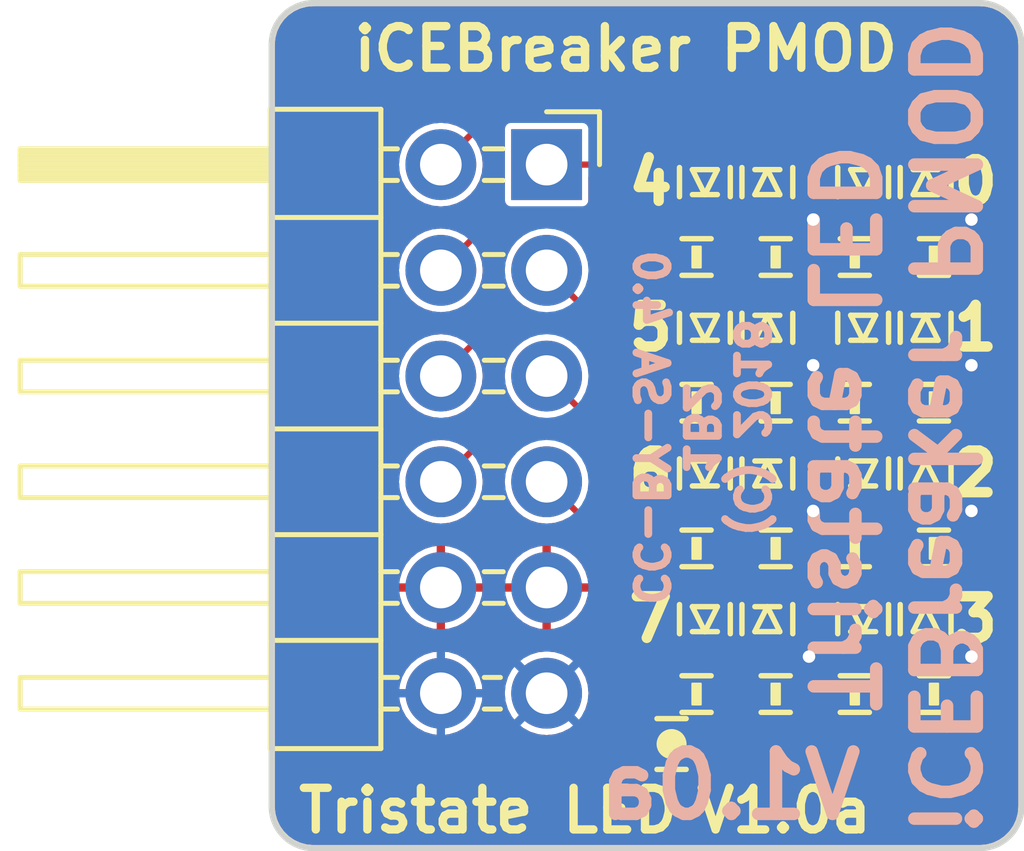
<source format=kicad_pcb>
(kicad_pcb (version 20221018) (generator pcbnew)
  (title_block (title "iCEBreaker PMOD - Tristate LED") (rev "V1.0a") (company "1BitSquared") (comment 1 "(C) 2018 Piotr Esden-Tempski <piotr@esden.net>") (comment 2 "(C) 2018 1BitSquared <info@1bitsquared.com>") (comment 3 "License: CC-BY-SA V4.0"))
  (layers (0 "F.Cu" signal) (31 "B.Cu" signal) (34 "B.Paste" user) (35 "F.Paste" user) (36 "B.SilkS" user "B.Silkscreen") (37 "F.SilkS" user "F.Silkscreen") (38 "B.Mask" user) (39 "F.Mask" user) (44 "Edge.Cuts" user))
  (net 0 "")
  (net 1 "GND")
  (net 2 "+3V3")
  (net 3 "Net-(D1-PadA)")
  (net 4 "Net-(D9-PadA)")
  (net 5 "Net-(D16-PadC)")
  (net 6 "Net-(D15-PadA)")
  (net 7 "Net-(D14-PadC)")
  (net 8 "Net-(D13-PadA)")
  (net 9 "Net-(D12-PadC)")
  (net 10 "Net-(D11-PadA)")
  (net 11 "Net-(D10-PadC)")
  (net 12 "Net-(D8-PadC)")
  (net 13 "Net-(D7-PadA)")
  (net 14 "Net-(D6-PadC)")
  (net 15 "Net-(D5-PadA)")
  (net 16 "Net-(D4-PadC)")
  (net 17 "Net-(D3-PadA)")
  (net 18 "Net-(D2-PadC)")
  (net 19 "/LED7")
  (net 20 "/LED6")
  (net 21 "/LED5")
  (net 22 "/LED4")
  (net 23 "/LED3")
  (net 24 "/LED2")
  (net 25 "/LED1")
  (net 26 "/LED0")
  (footprint "pkl_dipol:C_0603" (layer "F.Cu") (at 39.6 47.8)
    (fp_text reference "C1")
    (fp_text value "10u")
    (fp_line (start -0.35 -0.61) (end 0.35 -0.61) (stroke (width 0.13)) (layer "F.SilkS"))
    (fp_line (start 0.35 0.61) (end -0.35 0.61) (stroke (width 0.13)) (layer "F.SilkS"))
    (fp_circle (center 0 0) (end 0 -0.18) (stroke (width 0.36)) (fill none) (layer "F.SilkS"))
    (pad "1" smd roundrect (at -0.75 0) (size 0.6 0.9) (layers "F.Cu" "F.Paste" "F.Mask") (net 2 "+3V3"))
    (pad "2" smd roundrect (at 0.75 0) (size 0.6 0.9) (layers "F.Cu" "F.Paste" "F.Mask") (net 1 "GND"))
  )
  (footprint "pkl_dipol:R_0402" (layer "F.Cu") (at 45.9 36.1 180)
    (fp_text reference "R1")
    (fp_text value "1k")
    (fp_line (start -0.35 -0.44) (end 0.35 -0.44) (stroke (width 0.13)) (layer "F.SilkS"))
    (fp_line (start 0.35 0.44) (end -0.35 0.44) (stroke (width 0.13)) (layer "F.SilkS"))
    (fp_poly (pts (xy -0.1 0.25) (xy -0.1 -0.25) (xy 0.1 -0.25) (xy 0.1 0.25) (xy -0.1 0.25)) (stroke (width 0.05)) (fill solid) (layer "F.SilkS"))
    (pad "1" smd roundrect (at -0.5 0 180) (size 0.5 0.6) (layers "F.Cu" "F.Paste" "F.Mask") (net 2 "+3V3"))
    (pad "2" smd roundrect (at 0.5 0 180) (size 0.5 0.6) (layers "F.Cu" "F.Paste" "F.Mask") (net 3 "Net-(D1-PadA)"))
  )
  (footprint "pkl_dipol:R_0402" (layer "F.Cu") (at 44 36.1 180)
    (fp_text reference "R2")
    (fp_text value "180E")
    (fp_line (start -0.35 -0.44) (end 0.35 -0.44) (stroke (width 0.13)) (layer "F.SilkS"))
    (fp_line (start 0.35 0.44) (end -0.35 0.44) (stroke (width 0.13)) (layer "F.SilkS"))
    (fp_poly (pts (xy -0.1 0.25) (xy -0.1 -0.25) (xy 0.1 -0.25) (xy 0.1 0.25) (xy -0.1 0.25)) (stroke (width 0.05)) (fill solid) (layer "F.SilkS"))
    (pad "1" smd roundrect (at -0.5 0 180) (size 0.5 0.6) (layers "F.Cu" "F.Paste" "F.Mask") (net 18 "Net-(D2-PadC)"))
    (pad "2" smd roundrect (at 0.5 0 180) (size 0.5 0.6) (layers "F.Cu" "F.Paste" "F.Mask") (net 1 "GND"))
  )
  (footprint "pkl_dipol:R_0402" (layer "F.Cu") (at 45.9 39.6 180)
    (fp_text reference "R3")
    (fp_text value "1k")
    (fp_line (start -0.35 -0.44) (end 0.35 -0.44) (stroke (width 0.13)) (layer "F.SilkS"))
    (fp_line (start 0.35 0.44) (end -0.35 0.44) (stroke (width 0.13)) (layer "F.SilkS"))
    (fp_poly (pts (xy -0.1 0.25) (xy -0.1 -0.25) (xy 0.1 -0.25) (xy 0.1 0.25) (xy -0.1 0.25)) (stroke (width 0.05)) (fill solid) (layer "F.SilkS"))
    (pad "1" smd roundrect (at -0.5 0 180) (size 0.5 0.6) (layers "F.Cu" "F.Paste" "F.Mask") (net 2 "+3V3"))
    (pad "2" smd roundrect (at 0.5 0 180) (size 0.5 0.6) (layers "F.Cu" "F.Paste" "F.Mask") (net 17 "Net-(D3-PadA)"))
  )
  (footprint "pkl_dipol:R_0402" (layer "F.Cu") (at 45.9 43.1 180)
    (fp_text reference "R5")
    (fp_text value "1k")
    (fp_line (start -0.35 -0.44) (end 0.35 -0.44) (stroke (width 0.13)) (layer "F.SilkS"))
    (fp_line (start 0.35 0.44) (end -0.35 0.44) (stroke (width 0.13)) (layer "F.SilkS"))
    (fp_poly (pts (xy -0.1 0.25) (xy -0.1 -0.25) (xy 0.1 -0.25) (xy 0.1 0.25) (xy -0.1 0.25)) (stroke (width 0.05)) (fill solid) (layer "F.SilkS"))
    (pad "1" smd roundrect (at -0.5 0 180) (size 0.5 0.6) (layers "F.Cu" "F.Paste" "F.Mask") (net 2 "+3V3"))
    (pad "2" smd roundrect (at 0.5 0 180) (size 0.5 0.6) (layers "F.Cu" "F.Paste" "F.Mask") (net 15 "Net-(D5-PadA)"))
  )
  (footprint "pkl_dipol:R_0402" (layer "F.Cu") (at 44 43.1 180)
    (fp_text reference "R6")
    (fp_text value "180E")
    (fp_line (start -0.35 -0.44) (end 0.35 -0.44) (stroke (width 0.13)) (layer "F.SilkS"))
    (fp_line (start 0.35 0.44) (end -0.35 0.44) (stroke (width 0.13)) (layer "F.SilkS"))
    (fp_poly (pts (xy -0.1 0.25) (xy -0.1 -0.25) (xy 0.1 -0.25) (xy 0.1 0.25) (xy -0.1 0.25)) (stroke (width 0.05)) (fill solid) (layer "F.SilkS"))
    (pad "1" smd roundrect (at -0.5 0 180) (size 0.5 0.6) (layers "F.Cu" "F.Paste" "F.Mask") (net 14 "Net-(D6-PadC)"))
    (pad "2" smd roundrect (at 0.5 0 180) (size 0.5 0.6) (layers "F.Cu" "F.Paste" "F.Mask") (net 1 "GND"))
  )
  (footprint "pkl_dipol:R_0402" (layer "F.Cu") (at 45.9 46.6 180)
    (fp_text reference "R7")
    (fp_text value "1k")
    (fp_line (start -0.35 -0.44) (end 0.35 -0.44) (stroke (width 0.13)) (layer "F.SilkS"))
    (fp_line (start 0.35 0.44) (end -0.35 0.44) (stroke (width 0.13)) (layer "F.SilkS"))
    (fp_poly (pts (xy -0.1 0.25) (xy -0.1 -0.25) (xy 0.1 -0.25) (xy 0.1 0.25) (xy -0.1 0.25)) (stroke (width 0.05)) (fill solid) (layer "F.SilkS"))
    (pad "1" smd roundrect (at -0.5 0 180) (size 0.5 0.6) (layers "F.Cu" "F.Paste" "F.Mask") (net 2 "+3V3"))
    (pad "2" smd roundrect (at 0.5 0 180) (size 0.5 0.6) (layers "F.Cu" "F.Paste" "F.Mask") (net 13 "Net-(D7-PadA)"))
  )
  (footprint "pkl_dipol:R_0402" (layer "F.Cu") (at 44 46.6 180)
    (fp_text reference "R8")
    (fp_text value "180E")
    (fp_line (start -0.35 -0.44) (end 0.35 -0.44) (stroke (width 0.13)) (layer "F.SilkS"))
    (fp_line (start 0.35 0.44) (end -0.35 0.44) (stroke (width 0.13)) (layer "F.SilkS"))
    (fp_poly (pts (xy -0.1 0.25) (xy -0.1 -0.25) (xy 0.1 -0.25) (xy 0.1 0.25) (xy -0.1 0.25)) (stroke (width 0.05)) (fill solid) (layer "F.SilkS"))
    (pad "1" smd roundrect (at -0.5 0 180) (size 0.5 0.6) (layers "F.Cu" "F.Paste" "F.Mask") (net 12 "Net-(D8-PadC)"))
    (pad "2" smd roundrect (at 0.5 0 180) (size 0.5 0.6) (layers "F.Cu" "F.Paste" "F.Mask") (net 1 "GND"))
  )
  (footprint "pkl_dipol:R_0402" (layer "F.Cu") (at 40.2 36.1 180)
    (fp_text reference "R10")
    (fp_text value "180E")
    (fp_line (start -0.35 -0.44) (end 0.35 -0.44) (stroke (width 0.13)) (layer "F.SilkS"))
    (fp_line (start 0.35 0.44) (end -0.35 0.44) (stroke (width 0.13)) (layer "F.SilkS"))
    (fp_poly (pts (xy -0.1 0.25) (xy -0.1 -0.25) (xy 0.1 -0.25) (xy 0.1 0.25) (xy -0.1 0.25)) (stroke (width 0.05)) (fill solid) (layer "F.SilkS"))
    (pad "1" smd roundrect (at -0.5 0 180) (size 0.5 0.6) (layers "F.Cu" "F.Paste" "F.Mask") (net 11 "Net-(D10-PadC)"))
    (pad "2" smd roundrect (at 0.5 0 180) (size 0.5 0.6) (layers "F.Cu" "F.Paste" "F.Mask") (net 1 "GND"))
  )
  (footprint "pkl_dipol:R_0402" (layer "F.Cu") (at 42.1 43.1 180)
    (fp_text reference "R13")
    (fp_text value "1k")
    (fp_line (start -0.35 -0.44) (end 0.35 -0.44) (stroke (width 0.13)) (layer "F.SilkS"))
    (fp_line (start 0.35 0.44) (end -0.35 0.44) (stroke (width 0.13)) (layer "F.SilkS"))
    (fp_poly (pts (xy -0.1 0.25) (xy -0.1 -0.25) (xy 0.1 -0.25) (xy 0.1 0.25) (xy -0.1 0.25)) (stroke (width 0.05)) (fill solid) (layer "F.SilkS"))
    (pad "1" smd roundrect (at -0.5 0 180) (size 0.5 0.6) (layers "F.Cu" "F.Paste" "F.Mask") (net 2 "+3V3"))
    (pad "2" smd roundrect (at 0.5 0 180) (size 0.5 0.6) (layers "F.Cu" "F.Paste" "F.Mask") (net 8 "Net-(D13-PadA)"))
  )
  (footprint "pkl_dipol:R_0402" (layer "F.Cu") (at 40.2 43.1 180)
    (fp_text reference "R14")
    (fp_text value "180E")
    (fp_line (start -0.35 -0.44) (end 0.35 -0.44) (stroke (width 0.13)) (layer "F.SilkS"))
    (fp_line (start 0.35 0.44) (end -0.35 0.44) (stroke (width 0.13)) (layer "F.SilkS"))
    (fp_poly (pts (xy -0.1 0.25) (xy -0.1 -0.25) (xy 0.1 -0.25) (xy 0.1 0.25) (xy -0.1 0.25)) (stroke (width 0.05)) (fill solid) (layer "F.SilkS"))
    (pad "1" smd roundrect (at -0.5 0 180) (size 0.5 0.6) (layers "F.Cu" "F.Paste" "F.Mask") (net 7 "Net-(D14-PadC)"))
    (pad "2" smd roundrect (at 0.5 0 180) (size 0.5 0.6) (layers "F.Cu" "F.Paste" "F.Mask") (net 1 "GND"))
  )
  (footprint "pkl_dipol:R_0402" (layer "F.Cu") (at 44 39.6 180)
    (fp_text reference "R4")
    (fp_text value "180E")
    (fp_line (start -0.35 -0.44) (end 0.35 -0.44) (stroke (width 0.13)) (layer "F.SilkS"))
    (fp_line (start 0.35 0.44) (end -0.35 0.44) (stroke (width 0.13)) (layer "F.SilkS"))
    (fp_poly (pts (xy -0.1 0.25) (xy -0.1 -0.25) (xy 0.1 -0.25) (xy 0.1 0.25) (xy -0.1 0.25)) (stroke (width 0.05)) (fill solid) (layer "F.SilkS"))
    (pad "1" smd roundrect (at -0.5 0 180) (size 0.5 0.6) (layers "F.Cu" "F.Paste" "F.Mask") (net 16 "Net-(D4-PadC)"))
    (pad "2" smd roundrect (at 0.5 0 180) (size 0.5 0.6) (layers "F.Cu" "F.Paste" "F.Mask") (net 1 "GND"))
  )
  (footprint "pkl_dipol:R_0402" (layer "F.Cu") (at 42.1 36.1 180)
    (fp_text reference "R9")
    (fp_text value "1k")
    (fp_line (start -0.35 -0.44) (end 0.35 -0.44) (stroke (width 0.13)) (layer "F.SilkS"))
    (fp_line (start 0.35 0.44) (end -0.35 0.44) (stroke (width 0.13)) (layer "F.SilkS"))
    (fp_poly (pts (xy -0.1 0.25) (xy -0.1 -0.25) (xy 0.1 -0.25) (xy 0.1 0.25) (xy -0.1 0.25)) (stroke (width 0.05)) (fill solid) (layer "F.SilkS"))
    (pad "1" smd roundrect (at -0.5 0 180) (size 0.5 0.6) (layers "F.Cu" "F.Paste" "F.Mask") (net 2 "+3V3"))
    (pad "2" smd roundrect (at 0.5 0 180) (size 0.5 0.6) (layers "F.Cu" "F.Paste" "F.Mask") (net 4 "Net-(D9-PadA)"))
  )
  (footprint "pkl_dipol:D_0603" (layer "F.Cu") (at 41.9 44.8 -90)
    (fp_text reference "D15")
    (fp_text value "RED")
    (fp_line (start -0.35 -0.61) (end 0.35 -0.61) (stroke (width 0.13)) (layer "F.SilkS"))
    (fp_line (start -0.3 -0.3) (end -0.3 0.3) (stroke (width 0.13)) (layer "F.SilkS"))
    (fp_line (start -0.3 0) (end 0.3 -0.3) (stroke (width 0.13)) (layer "F.SilkS"))
    (fp_line (start 0.3 -0.3) (end 0.3 0.3) (stroke (width 0.13)) (layer "F.SilkS"))
    (fp_line (start 0.3 0.3) (end -0.3 0) (stroke (width 0.13)) (layer "F.SilkS"))
    (fp_line (start 0.35 0.61) (end -0.35 0.61) (stroke (width 0.13)) (layer "F.SilkS"))
    (pad "A" smd roundrect (at 0.75 0 90) (size 0.6 0.9) (layers "F.Cu" "F.Paste" "F.Mask") (net 6 "Net-(D15-PadA)"))
    (pad "C" smd roundrect (at -0.75 0 90) (size 0.6 0.9) (layers "F.Cu" "F.Paste" "F.Mask") (net 19 "/LED7"))
  )
  (footprint "pkl_dipol:D_0603" (layer "F.Cu") (at 40.4 44.8 90)
    (fp_text reference "D16")
    (fp_text value "GRN")
    (fp_line (start -0.35 -0.61) (end 0.35 -0.61) (stroke (width 0.13)) (layer "F.SilkS"))
    (fp_line (start -0.3 -0.3) (end -0.3 0.3) (stroke (width 0.13)) (layer "F.SilkS"))
    (fp_line (start -0.3 0) (end 0.3 -0.3) (stroke (width 0.13)) (layer "F.SilkS"))
    (fp_line (start 0.3 -0.3) (end 0.3 0.3) (stroke (width 0.13)) (layer "F.SilkS"))
    (fp_line (start 0.3 0.3) (end -0.3 0) (stroke (width 0.13)) (layer "F.SilkS"))
    (fp_line (start 0.35 0.61) (end -0.35 0.61) (stroke (width 0.13)) (layer "F.SilkS"))
    (pad "A" smd roundrect (at 0.75 0 270) (size 0.6 0.9) (layers "F.Cu" "F.Paste" "F.Mask") (net 19 "/LED7"))
    (pad "C" smd roundrect (at -0.75 0 270) (size 0.6 0.9) (layers "F.Cu" "F.Paste" "F.Mask") (net 5 "Net-(D16-PadC)"))
  )
  (footprint "pkl_dipol:D_0603" (layer "F.Cu") (at 40.4 41.3 90)
    (fp_text reference "D14")
    (fp_text value "GRN")
    (fp_line (start -0.35 -0.61) (end 0.35 -0.61) (stroke (width 0.13)) (layer "F.SilkS"))
    (fp_line (start -0.3 -0.3) (end -0.3 0.3) (stroke (width 0.13)) (layer "F.SilkS"))
    (fp_line (start -0.3 0) (end 0.3 -0.3) (stroke (width 0.13)) (layer "F.SilkS"))
    (fp_line (start 0.3 -0.3) (end 0.3 0.3) (stroke (width 0.13)) (layer "F.SilkS"))
    (fp_line (start 0.3 0.3) (end -0.3 0) (stroke (width 0.13)) (layer "F.SilkS"))
    (fp_line (start 0.35 0.61) (end -0.35 0.61) (stroke (width 0.13)) (layer "F.SilkS"))
    (pad "A" smd roundrect (at 0.75 0 270) (size 0.6 0.9) (layers "F.Cu" "F.Paste" "F.Mask") (net 20 "/LED6"))
    (pad "C" smd roundrect (at -0.75 0 270) (size 0.6 0.9) (layers "F.Cu" "F.Paste" "F.Mask") (net 7 "Net-(D14-PadC)"))
  )
  (footprint "pkl_dipol:D_0603" (layer "F.Cu") (at 41.9 41.3 -90)
    (fp_text reference "D13")
    (fp_text value "RED")
    (fp_line (start -0.35 -0.61) (end 0.35 -0.61) (stroke (width 0.13)) (layer "F.SilkS"))
    (fp_line (start -0.3 -0.3) (end -0.3 0.3) (stroke (width 0.13)) (layer "F.SilkS"))
    (fp_line (start -0.3 0) (end 0.3 -0.3) (stroke (width 0.13)) (layer "F.SilkS"))
    (fp_line (start 0.3 -0.3) (end 0.3 0.3) (stroke (width 0.13)) (layer "F.SilkS"))
    (fp_line (start 0.3 0.3) (end -0.3 0) (stroke (width 0.13)) (layer "F.SilkS"))
    (fp_line (start 0.35 0.61) (end -0.35 0.61) (stroke (width 0.13)) (layer "F.SilkS"))
    (pad "A" smd roundrect (at 0.75 0 90) (size 0.6 0.9) (layers "F.Cu" "F.Paste" "F.Mask") (net 8 "Net-(D13-PadA)"))
    (pad "C" smd roundrect (at -0.75 0 90) (size 0.6 0.9) (layers "F.Cu" "F.Paste" "F.Mask") (net 20 "/LED6"))
  )
  (footprint "pkl_dipol:D_0603" (layer "F.Cu") (at 40.4 34.3 90)
    (fp_text reference "D10")
    (fp_text value "GRN")
    (fp_line (start -0.35 -0.61) (end 0.35 -0.61) (stroke (width 0.13)) (layer "F.SilkS"))
    (fp_line (start -0.3 -0.3) (end -0.3 0.3) (stroke (width 0.13)) (layer "F.SilkS"))
    (fp_line (start -0.3 0) (end 0.3 -0.3) (stroke (width 0.13)) (layer "F.SilkS"))
    (fp_line (start 0.3 -0.3) (end 0.3 0.3) (stroke (width 0.13)) (layer "F.SilkS"))
    (fp_line (start 0.3 0.3) (end -0.3 0) (stroke (width 0.13)) (layer "F.SilkS"))
    (fp_line (start 0.35 0.61) (end -0.35 0.61) (stroke (width 0.13)) (layer "F.SilkS"))
    (pad "A" smd roundrect (at 0.75 0 270) (size 0.6 0.9) (layers "F.Cu" "F.Paste" "F.Mask") (net 22 "/LED4"))
    (pad "C" smd roundrect (at -0.75 0 270) (size 0.6 0.9) (layers "F.Cu" "F.Paste" "F.Mask") (net 11 "Net-(D10-PadC)"))
  )
  (footprint "pkl_dipol:D_0603" (layer "F.Cu") (at 41.9 34.3 -90)
    (fp_text reference "D9")
    (fp_text value "RED")
    (fp_line (start -0.35 -0.61) (end 0.35 -0.61) (stroke (width 0.13)) (layer "F.SilkS"))
    (fp_line (start -0.3 -0.3) (end -0.3 0.3) (stroke (width 0.13)) (layer "F.SilkS"))
    (fp_line (start -0.3 0) (end 0.3 -0.3) (stroke (width 0.13)) (layer "F.SilkS"))
    (fp_line (start 0.3 -0.3) (end 0.3 0.3) (stroke (width 0.13)) (layer "F.SilkS"))
    (fp_line (start 0.3 0.3) (end -0.3 0) (stroke (width 0.13)) (layer "F.SilkS"))
    (fp_line (start 0.35 0.61) (end -0.35 0.61) (stroke (width 0.13)) (layer "F.SilkS"))
    (pad "A" smd roundrect (at 0.75 0 90) (size 0.6 0.9) (layers "F.Cu" "F.Paste" "F.Mask") (net 4 "Net-(D9-PadA)"))
    (pad "C" smd roundrect (at -0.75 0 90) (size 0.6 0.9) (layers "F.Cu" "F.Paste" "F.Mask") (net 22 "/LED4"))
  )
  (footprint "pkl_dipol:D_0603" (layer "F.Cu") (at 44.2 44.8 90)
    (fp_text reference "D8")
    (fp_text value "GRN")
    (fp_line (start -0.35 -0.61) (end 0.35 -0.61) (stroke (width 0.13)) (layer "F.SilkS"))
    (fp_line (start -0.3 -0.3) (end -0.3 0.3) (stroke (width 0.13)) (layer "F.SilkS"))
    (fp_line (start -0.3 0) (end 0.3 -0.3) (stroke (width 0.13)) (layer "F.SilkS"))
    (fp_line (start 0.3 -0.3) (end 0.3 0.3) (stroke (width 0.13)) (layer "F.SilkS"))
    (fp_line (start 0.3 0.3) (end -0.3 0) (stroke (width 0.13)) (layer "F.SilkS"))
    (fp_line (start 0.35 0.61) (end -0.35 0.61) (stroke (width 0.13)) (layer "F.SilkS"))
    (pad "A" smd roundrect (at 0.75 0 270) (size 0.6 0.9) (layers "F.Cu" "F.Paste" "F.Mask") (net 23 "/LED3"))
    (pad "C" smd roundrect (at -0.75 0 270) (size 0.6 0.9) (layers "F.Cu" "F.Paste" "F.Mask") (net 12 "Net-(D8-PadC)"))
  )
  (footprint "pkl_dipol:D_0603" (layer "F.Cu") (at 45.7 44.8 -90)
    (fp_text reference "D7")
    (fp_text value "RED")
    (fp_line (start -0.35 -0.61) (end 0.35 -0.61) (stroke (width 0.13)) (layer "F.SilkS"))
    (fp_line (start -0.3 -0.3) (end -0.3 0.3) (stroke (width 0.13)) (layer "F.SilkS"))
    (fp_line (start -0.3 0) (end 0.3 -0.3) (stroke (width 0.13)) (layer "F.SilkS"))
    (fp_line (start 0.3 -0.3) (end 0.3 0.3) (stroke (width 0.13)) (layer "F.SilkS"))
    (fp_line (start 0.3 0.3) (end -0.3 0) (stroke (width 0.13)) (layer "F.SilkS"))
    (fp_line (start 0.35 0.61) (end -0.35 0.61) (stroke (width 0.13)) (layer "F.SilkS"))
    (pad "A" smd roundrect (at 0.75 0 90) (size 0.6 0.9) (layers "F.Cu" "F.Paste" "F.Mask") (net 13 "Net-(D7-PadA)"))
    (pad "C" smd roundrect (at -0.75 0 90) (size 0.6 0.9) (layers "F.Cu" "F.Paste" "F.Mask") (net 23 "/LED3"))
  )
  (footprint "pkl_dipol:D_0603" (layer "F.Cu") (at 44.2 41.3 90)
    (fp_text reference "D6")
    (fp_text value "GRN")
    (fp_line (start -0.35 -0.61) (end 0.35 -0.61) (stroke (width 0.13)) (layer "F.SilkS"))
    (fp_line (start -0.3 -0.3) (end -0.3 0.3) (stroke (width 0.13)) (layer "F.SilkS"))
    (fp_line (start -0.3 0) (end 0.3 -0.3) (stroke (width 0.13)) (layer "F.SilkS"))
    (fp_line (start 0.3 -0.3) (end 0.3 0.3) (stroke (width 0.13)) (layer "F.SilkS"))
    (fp_line (start 0.3 0.3) (end -0.3 0) (stroke (width 0.13)) (layer "F.SilkS"))
    (fp_line (start 0.35 0.61) (end -0.35 0.61) (stroke (width 0.13)) (layer "F.SilkS"))
    (pad "A" smd roundrect (at 0.75 0 270) (size 0.6 0.9) (layers "F.Cu" "F.Paste" "F.Mask") (net 24 "/LED2"))
    (pad "C" smd roundrect (at -0.75 0 270) (size 0.6 0.9) (layers "F.Cu" "F.Paste" "F.Mask") (net 14 "Net-(D6-PadC)"))
  )
  (footprint "pkl_dipol:D_0603" (layer "F.Cu") (at 45.7 41.298712 -90)
    (fp_text reference "D5")
    (fp_text value "RED")
    (fp_line (start -0.35 -0.61) (end 0.35 -0.61) (stroke (width 0.13)) (layer "F.SilkS"))
    (fp_line (start -0.3 -0.3) (end -0.3 0.3) (stroke (width 0.13)) (layer "F.SilkS"))
    (fp_line (start -0.3 0) (end 0.3 -0.3) (stroke (width 0.13)) (layer "F.SilkS"))
    (fp_line (start 0.3 -0.3) (end 0.3 0.3) (stroke (width 0.13)) (layer "F.SilkS"))
    (fp_line (start 0.3 0.3) (end -0.3 0) (stroke (width 0.13)) (layer "F.SilkS"))
    (fp_line (start 0.35 0.61) (end -0.35 0.61) (stroke (width 0.13)) (layer "F.SilkS"))
    (pad "A" smd roundrect (at 0.75 0 90) (size 0.6 0.9) (layers "F.Cu" "F.Paste" "F.Mask") (net 15 "Net-(D5-PadA)"))
    (pad "C" smd roundrect (at -0.75 0 90) (size 0.6 0.9) (layers "F.Cu" "F.Paste" "F.Mask") (net 24 "/LED2"))
  )
  (footprint "pkl_dipol:D_0603" (layer "F.Cu") (at 44.2 37.8 90)
    (fp_text reference "D4")
    (fp_text value "GRN")
    (fp_line (start -0.35 -0.61) (end 0.35 -0.61) (stroke (width 0.13)) (layer "F.SilkS"))
    (fp_line (start -0.3 -0.3) (end -0.3 0.3) (stroke (width 0.13)) (layer "F.SilkS"))
    (fp_line (start -0.3 0) (end 0.3 -0.3) (stroke (width 0.13)) (layer "F.SilkS"))
    (fp_line (start 0.3 -0.3) (end 0.3 0.3) (stroke (width 0.13)) (layer "F.SilkS"))
    (fp_line (start 0.3 0.3) (end -0.3 0) (stroke (width 0.13)) (layer "F.SilkS"))
    (fp_line (start 0.35 0.61) (end -0.35 0.61) (stroke (width 0.13)) (layer "F.SilkS"))
    (pad "A" smd roundrect (at 0.75 0 270) (size 0.6 0.9) (layers "F.Cu" "F.Paste" "F.Mask") (net 25 "/LED1"))
    (pad "C" smd roundrect (at -0.75 0 270) (size 0.6 0.9) (layers "F.Cu" "F.Paste" "F.Mask") (net 16 "Net-(D4-PadC)"))
  )
  (footprint "pkl_dipol:D_0603" (layer "F.Cu") (at 45.7 37.8 -90)
    (fp_text reference "D3")
    (fp_text value "RED")
    (fp_line (start -0.35 -0.61) (end 0.35 -0.61) (stroke (width 0.13)) (layer "F.SilkS"))
    (fp_line (start -0.3 -0.3) (end -0.3 0.3) (stroke (width 0.13)) (layer "F.SilkS"))
    (fp_line (start -0.3 0) (end 0.3 -0.3) (stroke (width 0.13)) (layer "F.SilkS"))
    (fp_line (start 0.3 -0.3) (end 0.3 0.3) (stroke (width 0.13)) (layer "F.SilkS"))
    (fp_line (start 0.3 0.3) (end -0.3 0) (stroke (width 0.13)) (layer "F.SilkS"))
    (fp_line (start 0.35 0.61) (end -0.35 0.61) (stroke (width 0.13)) (layer "F.SilkS"))
    (pad "A" smd roundrect (at 0.75 0 90) (size 0.6 0.9) (layers "F.Cu" "F.Paste" "F.Mask") (net 17 "Net-(D3-PadA)"))
    (pad "C" smd roundrect (at -0.75 0 90) (size 0.6 0.9) (layers "F.Cu" "F.Paste" "F.Mask") (net 25 "/LED1"))
  )
  (footprint "pkl_dipol:D_0603" (layer "F.Cu") (at 44.2 34.300001 90)
    (fp_text reference "D2")
    (fp_text value "GRN")
    (fp_line (start -0.35 -0.61) (end 0.35 -0.61) (stroke (width 0.13)) (layer "F.SilkS"))
    (fp_line (start -0.3 -0.3) (end -0.3 0.3) (stroke (width 0.13)) (layer "F.SilkS"))
    (fp_line (start -0.3 0) (end 0.3 -0.3) (stroke (width 0.13)) (layer "F.SilkS"))
    (fp_line (start 0.3 -0.3) (end 0.3 0.3) (stroke (width 0.13)) (layer "F.SilkS"))
    (fp_line (start 0.3 0.3) (end -0.3 0) (stroke (width 0.13)) (layer "F.SilkS"))
    (fp_line (start 0.35 0.61) (end -0.35 0.61) (stroke (width 0.13)) (layer "F.SilkS"))
    (pad "A" smd roundrect (at 0.75 0 270) (size 0.6 0.9) (layers "F.Cu" "F.Paste" "F.Mask") (net 26 "/LED0"))
    (pad "C" smd roundrect (at -0.75 0 270) (size 0.6 0.9) (layers "F.Cu" "F.Paste" "F.Mask") (net 18 "Net-(D2-PadC)"))
  )
  (footprint "pkl_dipol:D_0603" (layer "F.Cu") (at 45.7 34.3 -90)
    (fp_text reference "D1")
    (fp_text value "RED")
    (fp_line (start -0.35 -0.61) (end 0.35 -0.61) (stroke (width 0.13)) (layer "F.SilkS"))
    (fp_line (start -0.3 -0.3) (end -0.3 0.3) (stroke (width 0.13)) (layer "F.SilkS"))
    (fp_line (start -0.3 0) (end 0.3 -0.3) (stroke (width 0.13)) (layer "F.SilkS"))
    (fp_line (start 0.3 -0.3) (end 0.3 0.3) (stroke (width 0.13)) (layer "F.SilkS"))
    (fp_line (start 0.3 0.3) (end -0.3 0) (stroke (width 0.13)) (layer "F.SilkS"))
    (fp_line (start 0.35 0.61) (end -0.35 0.61) (stroke (width 0.13)) (layer "F.SilkS"))
    (pad "A" smd roundrect (at 0.75 0 90) (size 0.6 0.9) (layers "F.Cu" "F.Paste" "F.Mask") (net 3 "Net-(D1-PadA)"))
    (pad "C" smd roundrect (at -0.75 0 90) (size 0.6 0.9) (layers "F.Cu" "F.Paste" "F.Mask") (net 26 "/LED0"))
  )
  (footprint "pkl_dipol:R_0402" (layer "F.Cu") (at 40.2 46.6 180)
    (fp_text reference "R16")
    (fp_text value "180E")
    (fp_line (start -0.35 -0.44) (end 0.35 -0.44) (stroke (width 0.13)) (layer "F.SilkS"))
    (fp_line (start 0.35 0.44) (end -0.35 0.44) (stroke (width 0.13)) (layer "F.SilkS"))
    (fp_poly (pts (xy -0.1 0.25) (xy -0.1 -0.25) (xy 0.1 -0.25) (xy 0.1 0.25) (xy -0.1 0.25)) (stroke (width 0.05)) (fill solid) (layer "F.SilkS"))
    (pad "1" smd roundrect (at -0.5 0 180) (size 0.5 0.6) (layers "F.Cu" "F.Paste" "F.Mask") (net 5 "Net-(D16-PadC)"))
    (pad "2" smd roundrect (at 0.5 0 180) (size 0.5 0.6) (layers "F.Cu" "F.Paste" "F.Mask") (net 1 "GND"))
  )
  (footprint "pkl_dipol:R_0402" (layer "F.Cu") (at 42.1 46.6 180)
    (fp_text reference "R15")
    (fp_text value "1k")
    (fp_line (start -0.35 -0.44) (end 0.35 -0.44) (stroke (width 0.13)) (layer "F.SilkS"))
    (fp_line (start 0.35 0.44) (end -0.35 0.44) (stroke (width 0.13)) (layer "F.SilkS"))
    (fp_poly (pts (xy -0.1 0.25) (xy -0.1 -0.25) (xy 0.1 -0.25) (xy 0.1 0.25) (xy -0.1 0.25)) (stroke (width 0.05)) (fill solid) (layer "F.SilkS"))
    (pad "1" smd roundrect (at -0.5 0 180) (size 0.5 0.6) (layers "F.Cu" "F.Paste" "F.Mask") (net 2 "+3V3"))
    (pad "2" smd roundrect (at 0.5 0 180) (size 0.5 0.6) (layers "F.Cu" "F.Paste" "F.Mask") (net 6 "Net-(D15-PadA)"))
  )
  (footprint "pkl_connectors:PMODHeader_2x06_P2.54mm_Horizontal" (layer "F.Cu") (at 36.6 46.58 180)
    (fp_text reference "J1")
    (fp_text value "PMOD")
    (fp_line (start -1.27 13.97) (end -1.27 12.7) (stroke (width 0.12)) (layer "F.SilkS"))
    (fp_line (start 0 13.97) (end -1.27 13.97) (stroke (width 0.12)) (layer "F.SilkS"))
    (fp_line (start 1.042929 2.16) (end 1.497071 2.16) (stroke (width 0.12)) (layer "F.SilkS"))
    (fp_line (start 1.042929 2.92) (end 1.497071 2.92) (stroke (width 0.12)) (layer "F.SilkS"))
    (fp_line (start 1.042929 4.7) (end 1.497071 4.7) (stroke (width 0.12)) (layer "F.SilkS"))
    (fp_line (start 1.042929 5.46) (end 1.497071 5.46) (stroke (width 0.12)) (layer "F.SilkS"))
    (fp_line (start 1.042929 7.24) (end 1.497071 7.24) (stroke (width 0.12)) (layer "F.SilkS"))
    (fp_line (start 1.042929 8) (end 1.497071 8) (stroke (width 0.12)) (layer "F.SilkS"))
    (fp_line (start 1.042929 9.78) (end 1.497071 9.78) (stroke (width 0.12)) (layer "F.SilkS"))
    (fp_line (start 1.042929 10.54) (end 1.497071 10.54) (stroke (width 0.12)) (layer "F.SilkS"))
    (fp_line (start 1.042929 12.32) (end 1.497071 12.32) (stroke (width 0.12)) (layer "F.SilkS"))
    (fp_line (start 1.042929 13.08) (end 1.497071 13.08) (stroke (width 0.12)) (layer "F.SilkS"))
    (fp_line (start 1.11 -0.38) (end 1.497071 -0.38) (stroke (width 0.12)) (layer "F.SilkS"))
    (fp_line (start 1.11 0.38) (end 1.497071 0.38) (stroke (width 0.12)) (layer "F.SilkS"))
    (fp_line (start 3.582929 -0.38) (end 3.98 -0.38) (stroke (width 0.12)) (layer "F.SilkS"))
    (fp_line (start 3.582929 0.38) (end 3.98 0.38) (stroke (width 0.12)) (layer "F.SilkS"))
    (fp_line (start 3.582929 2.16) (end 3.98 2.16) (stroke (width 0.12)) (layer "F.SilkS"))
    (fp_line (start 3.582929 2.92) (end 3.98 2.92) (stroke (width 0.12)) (layer "F.SilkS"))
    (fp_line (start 3.582929 4.7) (end 3.98 4.7) (stroke (width 0.12)) (layer "F.SilkS"))
    (fp_line (start 3.582929 5.46) (end 3.98 5.46) (stroke (width 0.12)) (layer "F.SilkS"))
    (fp_line (start 3.582929 7.24) (end 3.98 7.24) (stroke (width 0.12)) (layer "F.SilkS"))
    (fp_line (start 3.582929 8) (end 3.98 8) (stroke (width 0.12)) (layer "F.SilkS"))
    (fp_line (start 3.582929 9.78) (end 3.98 9.78) (stroke (width 0.12)) (layer "F.SilkS"))
    (fp_line (start 3.582929 10.54) (end 3.98 10.54) (stroke (width 0.12)) (layer "F.SilkS"))
    (fp_line (start 3.582929 12.32) (end 3.98 12.32) (stroke (width 0.12)) (layer "F.SilkS"))
    (fp_line (start 3.582929 13.08) (end 3.98 13.08) (stroke (width 0.12)) (layer "F.SilkS"))
    (fp_line (start 3.98 -1.33) (end 3.98 14.03) (stroke (width 0.12)) (layer "F.SilkS"))
    (fp_line (start 3.98 1.27) (end 6.64 1.27) (stroke (width 0.12)) (layer "F.SilkS"))
    (fp_line (start 3.98 3.81) (end 6.64 3.81) (stroke (width 0.12)) (layer "F.SilkS"))
    (fp_line (start 3.98 6.35) (end 6.64 6.35) (stroke (width 0.12)) (layer "F.SilkS"))
    (fp_line (start 3.98 8.89) (end 6.64 8.89) (stroke (width 0.12)) (layer "F.SilkS"))
    (fp_line (start 3.98 11.43) (end 6.64 11.43) (stroke (width 0.12)) (layer "F.SilkS"))
    (fp_line (start 3.98 14.03) (end 6.64 14.03) (stroke (width 0.12)) (layer "F.SilkS"))
    (fp_line (start 6.64 -1.33) (end 3.98 -1.33) (stroke (width 0.12)) (layer "F.SilkS"))
    (fp_line (start 6.64 -0.38) (end 12.64 -0.38) (stroke (width 0.12)) (layer "F.SilkS"))
    (fp_line (start 6.64 2.16) (end 12.64 2.16) (stroke (width 0.12)) (layer "F.SilkS"))
    (fp_line (start 6.64 4.7) (end 12.64 4.7) (stroke (width 0.12)) (layer "F.SilkS"))
    (fp_line (start 6.64 7.24) (end 12.64 7.24) (stroke (width 0.12)) (layer "F.SilkS"))
    (fp_line (start 6.64 9.78) (end 12.64 9.78) (stroke (width 0.12)) (layer "F.SilkS"))
    (fp_line (start 6.64 12.32) (end 12.64 12.32) (stroke (width 0.12)) (layer "F.SilkS"))
    (fp_line (start 6.64 12.38) (end 12.64 12.38) (stroke (width 0.12)) (layer "F.SilkS"))
    (fp_line (start 6.64 12.5) (end 12.64 12.5) (stroke (width 0.12)) (layer "F.SilkS"))
    (fp_line (start 6.64 12.62) (end 12.64 12.62) (stroke (width 0.12)) (layer "F.SilkS"))
    (fp_line (start 6.64 12.74) (end 12.64 12.74) (stroke (width 0.12)) (layer "F.SilkS"))
    (fp_line (start 6.64 12.86) (end 12.64 12.86) (stroke (width 0.12)) (layer "F.SilkS"))
    (fp_line (start 6.64 12.98) (end 12.64 12.98) (stroke (width 0.12)) (layer "F.SilkS"))
    (fp_line (start 6.64 14.03) (end 6.64 -1.33) (stroke (width 0.12)) (layer "F.SilkS"))
    (fp_line (start 12.64 -0.38) (end 12.64 0.38) (stroke (width 0.12)) (layer "F.SilkS"))
    (fp_line (start 12.64 0.38) (end 6.64 0.38) (stroke (width 0.12)) (layer "F.SilkS"))
    (fp_line (start 12.64 2.16) (end 12.64 2.92) (stroke (width 0.12)) (layer "F.SilkS"))
    (fp_line (start 12.64 2.92) (end 6.64 2.92) (stroke (width 0.12)) (layer "F.SilkS"))
    (fp_line (start 12.64 4.7) (end 12.64 5.46) (stroke (width 0.12)) (layer "F.SilkS"))
    (fp_line (start 12.64 5.46) (end 6.64 5.46) (stroke (width 0.12)) (layer "F.SilkS"))
    (fp_line (start 12.64 7.24) (end 12.64 8) (stroke (width 0.12)) (layer "F.SilkS"))
    (fp_line (start 12.64 8) (end 6.64 8) (stroke (width 0.12)) (layer "F.SilkS"))
    (fp_line (start 12.64 9.78) (end 12.64 10.54) (stroke (width 0.12)) (layer "F.SilkS"))
    (fp_line (start 12.64 10.54) (end 6.64 10.54) (stroke (width 0.12)) (layer "F.SilkS"))
    (fp_line (start 12.64 12.32) (end 12.64 13.08) (stroke (width 0.12)) (layer "F.SilkS"))
    (fp_line (start 12.64 13.08) (end 6.64 13.08) (stroke (width 0.12)) (layer "F.SilkS"))
    (pad "1" thru_hole rect (at 0 12.7 180) (size 1.7 1.7) (drill 1) (layers "*.Cu" "*.Mask") (net 26 "/LED0"))
    (pad "2" thru_hole oval (at 0 10.16 180) (size 1.7 1.7) (drill 1) (layers "*.Cu" "*.Mask") (net 25 "/LED1"))
    (pad "3" thru_hole oval (at 0 7.62 180) (size 1.7 1.7) (drill 1) (layers "*.Cu" "*.Mask") (net 24 "/LED2"))
    (pad "4" thru_hole oval (at 0 5.08 180) (size 1.7 1.7) (drill 1) (layers "*.Cu" "*.Mask") (net 23 "/LED3"))
    (pad "5" thru_hole oval (at 0 2.54 180) (size 1.7 1.7) (drill 1) (layers "*.Cu" "*.Mask") (net 1 "GND"))
    (pad "6" thru_hole circle (at 0 0 180) (size 1.7 1.7) (drill 1) (layers "*.Cu" "*.Mask") (net 2 "+3V3"))
    (pad "7" thru_hole circle (at 2.54 12.7 180) (size 1.7 1.7) (drill 1) (layers "*.Cu" "*.Mask") (net 22 "/LED4"))
    (pad "8" thru_hole oval (at 2.54 10.16 180) (size 1.7 1.7) (drill 1) (layers "*.Cu" "*.Mask") (net 21 "/LED5"))
    (pad "9" thru_hole oval (at 2.54 7.62 180) (size 1.7 1.7) (drill 1) (layers "*.Cu" "*.Mask") (net 20 "/LED6"))
    (pad "10" thru_hole oval (at 2.54 5.08 180) (size 1.7 1.7) (drill 1) (layers "*.Cu" "*.Mask") (net 19 "/LED7"))
    (pad "11" thru_hole oval (at 2.54 2.54 180) (size 1.7 1.7) (drill 1) (layers "*.Cu" "*.Mask") (net 1 "GND"))
    (pad "12" thru_hole oval (at 2.54 0 180) (size 1.7 1.7) (drill 1) (layers "*.Cu" "*.Mask") (net 2 "+3V3"))
  )
  (footprint "pkl_dipol:R_0402" (layer "F.Cu") (at 40.2 39.6 180)
    (fp_text reference "R12")
    (fp_text value "180E")
    (fp_line (start -0.35 -0.44) (end 0.35 -0.44) (stroke (width 0.13)) (layer "F.SilkS"))
    (fp_line (start 0.35 0.44) (end -0.35 0.44) (stroke (width 0.13)) (layer "F.SilkS"))
    (fp_poly (pts (xy -0.1 0.25) (xy -0.1 -0.25) (xy 0.1 -0.25) (xy 0.1 0.25) (xy -0.1 0.25)) (stroke (width 0.05)) (fill solid) (layer "F.SilkS"))
    (pad "1" smd roundrect (at -0.5 0 180) (size 0.5 0.6) (layers "F.Cu" "F.Paste" "F.Mask") (net 9 "Net-(D12-PadC)"))
    (pad "2" smd roundrect (at 0.5 0 180) (size 0.5 0.6) (layers "F.Cu" "F.Paste" "F.Mask") (net 1 "GND"))
  )
  (footprint "pkl_dipol:D_0603" (layer "F.Cu") (at 41.9 37.8 -90)
    (fp_text reference "D11")
    (fp_text value "RED")
    (fp_line (start -0.35 -0.61) (end 0.35 -0.61) (stroke (width 0.13)) (layer "F.SilkS"))
    (fp_line (start -0.3 -0.3) (end -0.3 0.3) (stroke (width 0.13)) (layer "F.SilkS"))
    (fp_line (start -0.3 0) (end 0.3 -0.3) (stroke (width 0.13)) (layer "F.SilkS"))
    (fp_line (start 0.3 -0.3) (end 0.3 0.3) (stroke (width 0.13)) (layer "F.SilkS"))
    (fp_line (start 0.3 0.3) (end -0.3 0) (stroke (width 0.13)) (layer "F.SilkS"))
    (fp_line (start 0.35 0.61) (end -0.35 0.61) (stroke (width 0.13)) (layer "F.SilkS"))
    (pad "A" smd roundrect (at 0.75 0 90) (size 0.6 0.9) (layers "F.Cu" "F.Paste" "F.Mask") (net 10 "Net-(D11-PadA)"))
    (pad "C" smd roundrect (at -0.75 0 90) (size 0.6 0.9) (layers "F.Cu" "F.Paste" "F.Mask") (net 21 "/LED5"))
  )
  (footprint "pkl_dipol:R_0402" (layer "F.Cu") (at 42.1 39.6 180)
    (fp_text reference "R11")
    (fp_text value "1k")
    (fp_line (start -0.35 -0.44) (end 0.35 -0.44) (stroke (width 0.13)) (layer "F.SilkS"))
    (fp_line (start 0.35 0.44) (end -0.35 0.44) (stroke (width 0.13)) (layer "F.SilkS"))
    (fp_poly (pts (xy -0.1 0.25) (xy -0.1 -0.25) (xy 0.1 -0.25) (xy 0.1 0.25) (xy -0.1 0.25)) (stroke (width 0.05)) (fill solid) (layer "F.SilkS"))
    (pad "1" smd roundrect (at -0.5 0 180) (size 0.5 0.6) (layers "F.Cu" "F.Paste" "F.Mask") (net 2 "+3V3"))
    (pad "2" smd roundrect (at 0.5 0 180) (size 0.5 0.6) (layers "F.Cu" "F.Paste" "F.Mask") (net 10 "Net-(D11-PadA)"))
  )
  (footprint "pkl_dipol:D_0603" (layer "F.Cu") (at 40.4 37.8 90)
    (fp_text reference "D12")
    (fp_text value "GRN")
    (fp_line (start -0.35 -0.61) (end 0.35 -0.61) (stroke (width 0.13)) (layer "F.SilkS"))
    (fp_line (start -0.3 -0.3) (end -0.3 0.3) (stroke (width 0.13)) (layer "F.SilkS"))
    (fp_line (start -0.3 0) (end 0.3 -0.3) (stroke (width 0.13)) (layer "F.SilkS"))
    (fp_line (start 0.3 -0.3) (end 0.3 0.3) (stroke (width 0.13)) (layer "F.SilkS"))
    (fp_line (start 0.3 0.3) (end -0.3 0) (stroke (width 0.13)) (layer "F.SilkS"))
    (fp_line (start 0.35 0.61) (end -0.35 0.61) (stroke (width 0.13)) (layer "F.SilkS"))
    (pad "A" smd roundrect (at 0.75 0 270) (size 0.6 0.9) (layers "F.Cu" "F.Paste" "F.Mask") (net 21 "/LED5"))
    (pad "C" smd roundrect (at -0.75 0 270) (size 0.6 0.9) (layers "F.Cu" "F.Paste" "F.Mask") (net 9 "Net-(D12-PadC)"))
  )
  (gr_arc (start 48 49.3) (mid 47.707107 50.007107) (end 47 50.3) (stroke (width 0.15)) (layer "Edge.Cuts"))
  (gr_line (start 48 31) (end 48 49.3) (stroke (width 0.15)) (layer "Edge.Cuts"))
  (gr_arc (start 47 30) (mid 47.707107 30.292893) (end 48 31) (stroke (width 0.15)) (layer "Edge.Cuts"))
  (gr_arc (start 30 31) (mid 30.292893 30.292893) (end 31 30) (stroke (width 0.15)) (layer "Edge.Cuts"))
  (gr_line (start 31 30) (end 47 30) (stroke (width 0.15)) (layer "Edge.Cuts"))
  (gr_line (start 47 50.3) (end 31 50.3) (stroke (width 0.15)) (layer "Edge.Cuts"))
  (gr_line (start 30 49.3) (end 30 31) (stroke (width 0.15)) (layer "Edge.Cuts"))
  (gr_arc (start 31 50.3) (mid 30.292893 50.007107) (end 30 49.3) (stroke (width 0.15)) (layer "Edge.Cuts"))
  (gr_text "V1.0a" (at 41 48.8) (layer "B.SilkS") (effects (font (size 1.5 1.5) (thickness 0.3)) (justify mirror)))
  (gr_text "(C) 2018\n1B2\nCC-BY-SA 4.0" (at 40.3 40.2 270) (layer "B.SilkS") (effects (font (size 0.75 0.75) (thickness 0.1875)) (justify mirror)))
  (gr_text "iCEBreaker PMOD\nTristate LED" (at 44.9 40.2 270) (layer "B.SilkS") (effects (font (size 1.5 1.5) (thickness 0.3)) (justify mirror)))
  (gr_text "V1.0a" (at 42.3 49.4) (layer "F.SilkS") (effects (font (size 1 1) (thickness 0.2))))
  (gr_text "Tristate LED" (at 35.2 49.4) (layer "F.SilkS") (effects (font (size 1 1) (thickness 0.2))))
  (gr_text "4" (at 39.1 34.3) (layer "F.SilkS") (effects (font (size 1 1) (thickness 0.25))))
  (gr_text "1" (at 46.9 37.8) (layer "F.SilkS") (effects (font (size 1 1) (thickness 0.25))))
  (gr_text "5" (at 39.1 37.8) (layer "F.SilkS") (effects (font (size 1 1) (thickness 0.25))))
  (gr_text "6" (at 39.1 41.3) (layer "F.SilkS") (effects (font (size 1 1) (thickness 0.25))))
  (gr_text "7" (at 39.1 44.8) (layer "F.SilkS") (effects (font (size 1 1) (thickness 0.25))))
  (gr_text "2" (at 46.9 41.3) (layer "F.SilkS") (effects (font (size 1 1) (thickness 0.25))))
  (gr_text "3" (at 46.9 44.8) (layer "F.SilkS") (effects (font (size 1 1) (thickness 0.25))))
  (gr_text "iCEBreaker PMOD" (at 38.5 31.1) (layer "F.SilkS") (effects (font (size 1 1) (thickness 0.2))))
  (gr_text "0" (at 46.9 34.3) (layer "F.SilkS") (effects (font (size 1 1) (thickness 0.25))))
  (segment (start 46.8 35.7) (end 46.8 35.2) (width 0.15) (layer "F.Cu") (net 2))
  (segment (start 43.000002 39.199998) (end 43.000002 38.7) (width 0.15) (layer "F.Cu") (net 2))
  (segment (start 42.6 43.1) (end 43 42.7) (width 0.15) (layer "F.Cu") (net 2))
  (segment (start 37.82 47.8) (end 38.85 47.8) (width 0.15) (layer "F.Cu") (net 2))
  (segment (start 43 42.7) (end 43 42.2) (width 0.15) (layer "F.Cu") (net 2))
  (segment (start 46.8 39.2) (end 46.8 38.7) (width 0.15) (layer "F.Cu") (net 2))
  (segment (start 36.6 46.58) (end 37.82 47.8) (width 0.15) (layer "F.Cu") (net 2))
  (segment (start 43 35.7) (end 43 35.310914) (width 0.15) (layer "F.Cu") (net 2))
  (segment (start 42.6 36.1) (end 43 35.7) (width 0.15) (layer "F.Cu") (net 2))
  (segment (start 46.4 39.6) (end 46.8 39.2) (width 0.15) (layer "F.Cu") (net 2))
  (segment (start 46.4 43.1) (end 46.8 42.7) (width 0.15) (layer "F.Cu") (net 2))
  (segment (start 42.6 39.6) (end 43.000002 39.199998) (width 0.15) (layer "F.Cu") (net 2))
  (segment (start 46.4 46.6) (end 46.8 46.2) (width 0.15) (layer "F.Cu") (net 2))
  (segment (start 46.4 36.1) (end 46.8 35.7) (width 0.15) (layer "F.Cu") (net 2))
  (segment (start 42.9 46.3) (end 42.9 45.699996) (width 0.15) (layer "F.Cu") (net 2))
  (segment (start 43 35.310914) (end 43 35.2) (width 0.15) (layer "F.Cu") (net 2))
  (segment (start 46.8 42.7) (end 46.8 42.310914) (width 0.15) (layer "F.Cu") (net 2))
  (segment (start 42.6 46.6) (end 42.9 46.3) (width 0.15) (layer "F.Cu") (net 2))
  (segment (start 46.8 46.2) (end 46.8 45.7) (width 0.15) (layer "F.Cu") (net 2))
  (segment (start 46.8 42.310914) (end 46.8 42.2) (width 0.15) (layer "F.Cu") (net 2))
  (via (at 46.8 38.7) (size 0.5) (drill 0.3) (layers "F.Cu" "B.Cu") (net 2))
  (via (at 43 38.7) (size 0.5) (drill 0.3) (layers "F.Cu" "B.Cu") (net 2))
  (via (at 46.8 35.2) (size 0.5) (drill 0.3) (layers "F.Cu" "B.Cu") (net 2))
  (via (at 46.8 45.7) (size 0.5) (drill 0.3) (layers "F.Cu" "B.Cu") (net 2))
  (via (at 43 42.2) (size 0.5) (drill 0.3) (layers "F.Cu" "B.Cu") (net 2))
  (via (at 42.9 45.699996) (size 0.5) (drill 0.3) (layers "F.Cu" "B.Cu") (net 2))
  (via (at 43 35.2) (size 0.5) (drill 0.3) (layers "F.Cu" "B.Cu") (net 2))
  (via (at 46.8 42.2) (size 0.5) (drill 0.3) (layers "F.Cu" "B.Cu") (net 2))
  (segment (start 45.4 36.1) (end 45.4 35.35) (width 0.15) (layer "F.Cu") (net 3))
  (segment (start 45.4 35.35) (end 45.7 35.05) (width 0.15) (layer "F.Cu") (net 3))
  (segment (start 41.6 36.1) (end 41.6 35.35) (width 0.15) (layer "F.Cu") (net 4))
  (segment (start 41.6 35.35) (end 41.9 35.05) (width 0.15) (layer "F.Cu") (net 4))
  (segment (start 40.7 45.85) (end 40.4 45.55) (width 0.15) (layer "F.Cu") (net 5))
  (segment (start 40.7 46.6) (end 40.7 45.85) (width 0.15) (layer "F.Cu") (net 5))
  (segment (start 41.6 46.6) (end 41.6 45.85) (width 0.15) (layer "F.Cu") (net 6))
  (segment (start 41.6 45.85) (end 41.9 45.55) (width 0.15) (layer "F.Cu") (net 6))
  (segment (start 40.7 42.35) (end 40.4 42.05) (width 0.15) (layer "F.Cu") (net 7))
  (segment (start 40.7 43.1) (end 40.7 42.35) (width 0.15) (layer "F.Cu") (net 7))
  (segment (start 41.6 43.1) (end 41.6 42.35) (width 0.15) (layer "F.Cu") (net 8))
  (segment (start 41.6 42.35) (end 41.9 42.05) (width 0.15) (layer "F.Cu") (net 8))
  (segment (start 40.7 39.6) (end 40.7 38.85) (width 0.15) (layer "F.Cu") (net 9))
  (segment (start 40.7 38.85) (end 40.4 38.55) (width 0.15) (layer "F.Cu") (net 9))
  (segment (start 41.6 39.6) (end 41.6 38.85) (width 0.15) (layer "F.Cu") (net 10))
  (segment (start 41.6 38.85) (end 41.9 38.55) (width 0.15) (layer "F.Cu") (net 10))
  (segment (start 40.7 36.1) (end 40.7 35.35) (width 0.15) (layer "F.Cu") (net 11))
  (segment (start 40.7 35.35) (end 40.4 35.05) (width 0.15) (layer "F.Cu") (net 11))
  (segment (start 44.5 46.6) (end 44.5 45.85) (width 0.15) (layer "F.Cu") (net 12))
  (segment (start 44.5 45.85) (end 44.2 45.55) (width 0.15) (layer "F.Cu") (net 12))
  (segment (start 45.4 46.6) (end 45.4 45.85) (width 0.15) (layer "F.Cu") (net 13))
  (segment (start 45.4 45.85) (end 45.7 45.55) (width 0.15) (layer "F.Cu") (net 13))
  (segment (start 44.5 42.35) (end 44.2 42.05) (width 0.15) (layer "F.Cu") (net 14))
  (segment (start 44.5 43.1) (end 44.5 42.35) (width 0.15) (layer "F.Cu") (net 14))
  (segment (start 45.4 42.348712) (end 45.7 42.048712) (width 0.15) (layer "F.Cu") (net 15))
  (segment (start 45.4 43.1) (end 45.4 42.348712) (width 0.15) (layer "F.Cu") (net 15))
  (segment (start 44.5 39.6) (end 44.5 38.85) (width 0.15) (layer "F.Cu") (net 16))
  (segment (start 44.5 38.85) (end 44.2 38.55) (width 0.15) (layer "F.Cu") (net 16))
  (segment (start 45.4 38.85) (end 45.7 38.55) (width 0.15) (layer "F.Cu") (net 17))
  (segment (start 45.4 39.6) (end 45.4 38.85) (width 0.15) (layer "F.Cu") (net 17))
  (segment (start 44.5 35.350001) (end 44.2 35.050001) (width 0.15) (layer "F.Cu") (net 18))
  (segment (start 44.5 36.1) (end 44.5 35.350001) (width 0.15) (layer "F.Cu") (net 18))
  (segment (start 40.4 44.05) (end 39.574278 44.05) (width 0.15) (layer "F.Cu") (net 19))
  (segment (start 35.36 40.2) (end 34.06 41.5) (width 0.15) (layer "F.Cu") (net 19))
  (segment (start 40.4 44.05) (end 41.8 44.05) (width 0.15) (layer "F.Cu") (net 19))
  (segment (start 39.574278 44.05) (end 38.3 42.775722) (width 0.15) (layer "F.Cu") (net 19))
  (segment (start 37.2 40.2) (end 35.36 40.2) (width 0.15) (layer "F.Cu") (net 19))
  (segment (start 38.3 42.775722) (end 38.3 41.3) (width 0.15) (layer "F.Cu") (net 19))
  (segment (start 38.3 41.3) (end 37.2 40.2) (width 0.15) (layer "F.Cu") (net 19))
  (segment (start 41.9 40.55) (end 40.4 40.55) (width 0.15) (layer "F.Cu") (net 20))
  (segment (start 39.45 40.55) (end 38.3 39.4) (width 0.15) (layer "F.Cu") (net 20))
  (segment (start 37.2 37.7) (end 35.32 37.7) (width 0.15) (layer "F.Cu") (net 20))
  (segment (start 35.32 37.7) (end 34.06 38.96) (width 0.15) (layer "F.Cu") (net 20))
  (segment (start 38.3 39.4) (end 38.3 38.8) (width 0.15) (layer "F.Cu") (net 20))
  (segment (start 40.4 40.55) (end 39.45 40.55) (width 0.15) (layer "F.Cu") (net 20))
  (segment (start 38.3 38.8) (end 37.2 37.7) (width 0.15) (layer "F.Cu") (net 20))
  (segment (start 39.55 37.05) (end 37.7 35.2) (width 0.15) (layer "F.Cu") (net 21))
  (segment (start 41.9 37.05) (end 40.4 37.05) (width 0.15) (layer "F.Cu") (net 21))
  (segment (start 35.28 35.2) (end 34.06 36.42) (width 0.15) (layer "F.Cu") (net 21))
  (segment (start 37.7 35.2) (end 35.28 35.2) (width 0.15) (layer "F.Cu") (net 21))
  (segment (start 40.4 37.05) (end 39.55 37.05) (width 0.15) (layer "F.Cu") (net 21))
  (segment (start 39.45 32.6) (end 35.34 32.6) (width 0.15) (layer "F.Cu") (net 22))
  (segment (start 41.9 33.55) (end 40.4 33.55) (width 0.15) (layer "F.Cu") (net 22))
  (segment (start 40.4 33.55) (end 39.45 32.6) (width 0.15) (layer "F.Cu") (net 22))
  (segment (start 35.34 32.6) (end 34.06 33.88) (width 0.15) (layer "F.Cu") (net 22))
  (segment (start 39.7 44.6) (end 36.6 41.5) (width 0.15) (layer "F.Cu") (net 23))
  (segment (start 43.65 44.6) (end 39.7 44.6) (width 0.15) (layer "F.Cu") (net 23))
  (segment (start 44.3 44.05) (end 45.7 44.05) (width 0.15) (layer "F.Cu") (net 23))
  (segment (start 44.2 44.05) (end 43.65 44.6) (width 0.15) (layer "F.Cu") (net 23))
  (segment (start 45.7 40.548712) (end 44.201288 40.548712) (width 0.15) (layer "F.Cu") (net 24))
  (segment (start 38.74 41.1) (end 36.6 38.96) (width 0.15) (layer "F.Cu") (net 24))
  (segment (start 44.2 40.55) (end 43.65 41.1) (width 0.15) (layer "F.Cu") (net 24))
  (segment (start 44.201288 40.548712) (end 44.2 40.55) (width 0.15) (layer "F.Cu") (net 24))
  (segment (start 43.65 41.1) (end 38.74 41.1) (width 0.15) (layer "F.Cu") (net 24))
  (segment (start 37.78 37.6) (end 36.6 36.42) (width 0.15) (layer "F.Cu") (net 25))
  (segment (start 43.65 37.6) (end 37.78 37.6) (width 0.15) (layer "F.Cu") (net 25))
  (segment (start 45.7 37.05) (end 44.2 37.05) (width 0.15) (layer "F.Cu") (net 25))
  (segment (start 44.2 37.05) (end 43.65 37.6) (width 0.15) (layer "F.Cu") (net 25))
  (segment (start 45.149999 33.550001) (end 44.2 33.550001) (width 0.15) (layer "F.Cu") (net 26))
  (segment (start 38.6 34.1) (end 38.38 33.88) (width 0.15) (layer "F.Cu") (net 26))
  (segment (start 43.650001 34.1) (end 38.6 34.1) (width 0.15) (layer "F.Cu") (net 26))
  (segment (start 44.2 33.550001) (end 43.650001 34.1) (width 0.15) (layer "F.Cu") (net 26))
  (segment (start 45.7 33.55) (end 45.149999 33.550001) (width 0.15) (layer "F.Cu") (net 26))
  (segment (start 38.38 33.88) (end 36.6 33.88) (width 0.15) (layer "F.Cu") (net 26))
  (zone (net 1) (net_name "GND") (layer "F.Cu") (connect_pads (clearance 0.15)) (min_thickness 0.15) (fill yes (thermal_gap 0.15) (thermal_bridge_width 0.2))
    (polygon (pts (xy 30 30) (xy 48 30) (xy 48 50.3) (xy 30 50.3)))
  )
  (zone (net 2) (net_name "+3V3") (layer "B.Cu") (connect_pads (clearance 0.15)) (min_thickness 0.15) (fill yes (thermal_gap 0.15) (thermal_bridge_width 0.2))
    (polygon (pts (xy 30 30) (xy 48 30) (xy 48 50.3) (xy 30 50.3)))
  )
)
</source>
